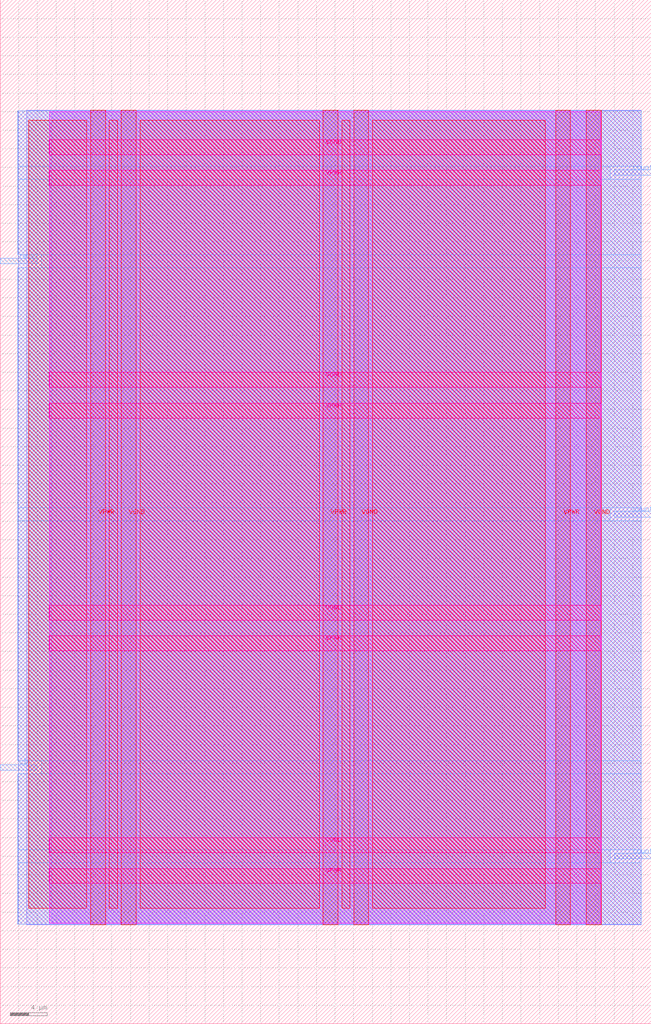
<source format=lef>
VERSION 5.7 ;
  NOWIREEXTENSIONATPIN ON ;
  DIVIDERCHAR "/" ;
  BUSBITCHARS "[]" ;
MACRO zero_to_five_counter
  CLASS BLOCK ;
  FOREIGN zero_to_five_counter ;
  ORIGIN 0.000 0.000 ;
  SIZE 70.000 BY 110.000 ;
  PIN VGND
    DIRECTION INOUT ;
    USE GROUND ;
    PORT
      LAYER met4 ;
        RECT 13.020 10.640 14.620 98.160 ;
    END
    PORT
      LAYER met4 ;
        RECT 38.020 10.640 39.620 98.160 ;
    END
    PORT
      LAYER met4 ;
        RECT 63.020 10.640 64.620 98.160 ;
    END
    PORT
      LAYER met5 ;
        RECT 5.280 18.380 64.640 19.980 ;
    END
    PORT
      LAYER met5 ;
        RECT 5.280 43.380 64.640 44.980 ;
    END
    PORT
      LAYER met5 ;
        RECT 5.280 68.380 64.640 69.980 ;
    END
    PORT
      LAYER met5 ;
        RECT 5.280 93.380 64.640 94.980 ;
    END
  END VGND
  PIN VPWR
    DIRECTION INOUT ;
    USE POWER ;
    PORT
      LAYER met4 ;
        RECT 9.720 10.640 11.320 98.160 ;
    END
    PORT
      LAYER met4 ;
        RECT 34.720 10.640 36.320 98.160 ;
    END
    PORT
      LAYER met4 ;
        RECT 59.720 10.640 61.320 98.160 ;
    END
    PORT
      LAYER met5 ;
        RECT 5.280 15.080 64.640 16.680 ;
    END
    PORT
      LAYER met5 ;
        RECT 5.280 40.080 64.640 41.680 ;
    END
    PORT
      LAYER met5 ;
        RECT 5.280 65.080 64.640 66.680 ;
    END
    PORT
      LAYER met5 ;
        RECT 5.280 90.080 64.640 91.680 ;
    END
  END VPWR
  PIN clk
    DIRECTION INPUT ;
    USE SIGNAL ;
    ANTENNAGATEAREA 0.852000 ;
    PORT
      LAYER met3 ;
        RECT 0.000 27.240 4.000 27.840 ;
    END
  END clk
  PIN count[0]
    DIRECTION OUTPUT ;
    USE SIGNAL ;
    ANTENNADIFFAREA 0.340600 ;
    PORT
      LAYER met3 ;
        RECT 66.000 91.160 70.000 91.760 ;
    END
  END count[0]
  PIN count[1]
    DIRECTION OUTPUT ;
    USE SIGNAL ;
    ANTENNADIFFAREA 0.340600 ;
    PORT
      LAYER met3 ;
        RECT 66.000 54.440 70.000 55.040 ;
    END
  END count[1]
  PIN count[2]
    DIRECTION OUTPUT ;
    USE SIGNAL ;
    ANTENNADIFFAREA 0.340600 ;
    PORT
      LAYER met3 ;
        RECT 66.000 17.720 70.000 18.320 ;
    END
  END count[2]
  PIN reset
    DIRECTION INPUT ;
    USE SIGNAL ;
    ANTENNAGATEAREA 0.742500 ;
    PORT
      LAYER met3 ;
        RECT 0.000 81.640 4.000 82.240 ;
    END
  END reset
  OBS
      LAYER nwell ;
        RECT 5.330 10.795 64.590 98.005 ;
      LAYER li1 ;
        RECT 5.520 10.795 64.400 98.005 ;
      LAYER met1 ;
        RECT 2.830 10.640 68.930 98.160 ;
      LAYER met2 ;
        RECT 1.930 10.695 68.910 98.105 ;
      LAYER met3 ;
        RECT 1.905 92.160 68.935 98.085 ;
        RECT 1.905 90.760 65.600 92.160 ;
        RECT 1.905 82.640 68.935 90.760 ;
        RECT 4.400 81.240 68.935 82.640 ;
        RECT 1.905 55.440 68.935 81.240 ;
        RECT 1.905 54.040 65.600 55.440 ;
        RECT 1.905 28.240 68.935 54.040 ;
        RECT 4.400 26.840 68.935 28.240 ;
        RECT 1.905 18.720 68.935 26.840 ;
        RECT 1.905 17.320 65.600 18.720 ;
        RECT 1.905 10.715 68.935 17.320 ;
      LAYER met4 ;
        RECT 3.055 12.415 9.320 97.065 ;
        RECT 11.720 12.415 12.620 97.065 ;
        RECT 15.020 12.415 34.320 97.065 ;
        RECT 36.720 12.415 37.620 97.065 ;
        RECT 40.020 12.415 58.585 97.065 ;
  END
END zero_to_five_counter
END LIBRARY


</source>
